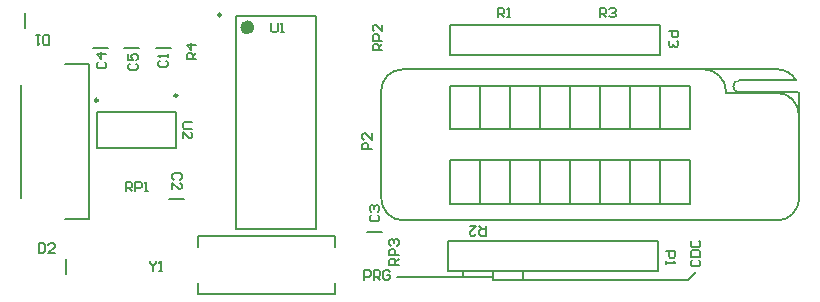
<source format=gto>
G04 Layer_Color=65535*
%FSLAX25Y25*%
%MOIN*%
G70*
G01*
G75*
%ADD12C,0.00787*%
%ADD37C,0.00984*%
%ADD38C,0.02362*%
%ADD39C,0.00598*%
D12*
X470496Y498272D02*
G03*
X463072Y490848I0J-7424D01*
G01*
X463152Y455520D02*
G03*
X470572Y447848I7420J-248D01*
G01*
X595072D02*
G03*
X602496Y455272I0J7424D01*
G01*
X578093Y490827D02*
G03*
X570669Y498251I-7424J0D01*
G01*
X602420Y482974D02*
G03*
X594996Y490398I-7424J0D01*
G01*
X601425Y494560D02*
G03*
X594996Y498272I-6429J-3712D01*
G01*
X582496Y494536D02*
G03*
X582496Y490599I0J-1969D01*
G01*
X486004Y467878D02*
X566004D01*
X486004Y453378D02*
X566004D01*
X485996Y492772D02*
X565996D01*
X485996Y478272D02*
X565996D01*
X486004Y453378D02*
Y467878D01*
X496004Y453378D02*
Y467878D01*
X506004Y453378D02*
Y467878D01*
X516004Y453378D02*
Y467878D01*
X526004Y453378D02*
Y467878D01*
X536004Y453378D02*
Y467878D01*
X546004Y453378D02*
Y467878D01*
X556004Y453378D02*
Y467878D01*
X566004Y453378D02*
Y467878D01*
X565996Y478272D02*
Y492772D01*
X555996Y478272D02*
Y492772D01*
X545996Y478272D02*
Y492772D01*
X535996Y478272D02*
Y492772D01*
X525996Y478272D02*
Y492772D01*
X515996Y478272D02*
Y492772D01*
X505996Y478272D02*
Y492772D01*
X495996Y478272D02*
Y492772D01*
X485996Y478272D02*
Y492772D01*
X463127Y455521D02*
Y490848D01*
X470572Y447848D02*
X595072D01*
X602441Y455272D02*
Y490599D01*
X470496Y498251D02*
X594996D01*
X582496Y490599D02*
X602000D01*
X578031Y490398D02*
X594996D01*
X578031D02*
Y490827D01*
X582496Y494536D02*
X601000D01*
X565500Y428000D02*
X568000Y430500D01*
X468500Y429000D02*
X490500D01*
X510500Y428000D02*
X565500D01*
X510500D02*
Y431000D01*
X500500Y428000D02*
Y430000D01*
Y428000D02*
X510500D01*
X490500Y429000D02*
X500500D01*
Y431000D01*
X490500Y429000D02*
Y431000D01*
X392500Y455043D02*
X397500D01*
X458500Y444043D02*
X463500D01*
X357886Y500001D02*
X365681D01*
X357886Y448269D02*
X365681D01*
X343004Y455198D02*
Y493072D01*
X365681Y448269D02*
Y500001D01*
X368311Y484102D02*
X394689D01*
X368311Y471898D02*
X394689D01*
Y484102D01*
X368311Y471898D02*
Y484102D01*
X377500Y505457D02*
X382500D01*
X344457Y512000D02*
Y517000D01*
X358043Y430000D02*
Y435000D01*
X414614Y444870D02*
X441386D01*
X414614Y516130D02*
X441386D01*
Y444870D02*
Y516130D01*
X414614Y444870D02*
Y516130D01*
X485500Y441000D02*
X555500D01*
X485500Y431000D02*
Y441000D01*
Y431000D02*
X555500D01*
Y441000D01*
X388000Y505457D02*
X393000D01*
X402264Y442547D02*
X447736D01*
X402264Y423453D02*
X447736D01*
X402264Y438905D02*
Y442547D01*
Y423453D02*
Y427095D01*
X447736Y423453D02*
Y427095D01*
Y438905D02*
Y442547D01*
X367000Y505457D02*
X372000D01*
X486000Y513000D02*
X556000D01*
X486000Y503000D02*
Y513000D01*
Y503000D02*
X556000D01*
Y513000D01*
D37*
X368732Y487914D02*
G03*
X368732Y487914I-492J0D01*
G01*
X395181Y489516D02*
G03*
X395181Y489516I-492J0D01*
G01*
X409791Y516347D02*
G03*
X409791Y516347I-492J0D01*
G01*
D38*
X419732Y512193D02*
G03*
X419732Y512193I-1181J0D01*
G01*
D39*
X566833Y434633D02*
X566300Y434100D01*
Y433033D01*
X566833Y432500D01*
X568967D01*
X569500Y433033D01*
Y434100D01*
X568967Y434633D01*
X566300Y435700D02*
X569500D01*
Y437300D01*
X568967Y437833D01*
X566833D01*
X566300Y437300D01*
Y435700D01*
X566833Y441033D02*
X566300Y440499D01*
Y439433D01*
X566833Y438900D01*
X568967D01*
X569500Y439433D01*
Y440499D01*
X568967Y441033D01*
X457500Y428000D02*
Y431200D01*
X459100D01*
X459633Y430666D01*
Y429600D01*
X459100Y429067D01*
X457500D01*
X460700Y428000D02*
Y431200D01*
X462300D01*
X462833Y430666D01*
Y429600D01*
X462300Y429067D01*
X460700D01*
X461766D02*
X462833Y428000D01*
X466033Y430666D02*
X465499Y431200D01*
X464433D01*
X463900Y430666D01*
Y428533D01*
X464433Y428000D01*
X465499D01*
X466033Y428533D01*
Y429600D01*
X464966D01*
X352500Y506300D02*
Y509500D01*
X350900D01*
X350367Y508967D01*
Y506834D01*
X350900Y506300D01*
X352500D01*
X349300Y509500D02*
X348234D01*
X348767D01*
Y506300D01*
X349300Y506834D01*
X349000Y440200D02*
Y437000D01*
X350600D01*
X351133Y437533D01*
Y439667D01*
X350600Y440200D01*
X349000D01*
X354333Y437000D02*
X352200D01*
X354333Y439133D01*
Y439667D01*
X353800Y440200D01*
X352733D01*
X352200Y439667D01*
X378000Y457500D02*
Y460700D01*
X379600D01*
X380133Y460167D01*
Y459100D01*
X379600Y458567D01*
X378000D01*
X379067D02*
X380133Y457500D01*
X381200D02*
Y460700D01*
X382800D01*
X383333Y460167D01*
Y459100D01*
X382800Y458567D01*
X381200D01*
X384400Y457500D02*
X385466D01*
X384933D01*
Y460700D01*
X384400Y460167D01*
X426500Y513700D02*
Y511033D01*
X427033Y510500D01*
X428100D01*
X428633Y511033D01*
Y513700D01*
X429700Y510500D02*
X430766D01*
X430233D01*
Y513700D01*
X429700Y513167D01*
X558000Y437500D02*
X561200D01*
Y435900D01*
X560667Y435367D01*
X559600D01*
X559067Y435900D01*
Y437500D01*
X558000Y434300D02*
Y433234D01*
Y433767D01*
X561200D01*
X560667Y434300D01*
X502000Y515500D02*
Y518700D01*
X503600D01*
X504133Y518166D01*
Y517100D01*
X503600Y516567D01*
X502000D01*
X503067D02*
X504133Y515500D01*
X505200D02*
X506266D01*
X505733D01*
Y518700D01*
X505200Y518166D01*
X460000Y471500D02*
X456800D01*
Y473100D01*
X457334Y473633D01*
X458400D01*
X458933Y473100D01*
Y471500D01*
X460000Y476833D02*
Y474700D01*
X457867Y476833D01*
X457334D01*
X456800Y476300D01*
Y475233D01*
X457334Y474700D01*
X498000Y446000D02*
Y442800D01*
X496400D01*
X495867Y443333D01*
Y444400D01*
X496400Y444933D01*
X498000D01*
X496933D02*
X495867Y446000D01*
X492667D02*
X494800D01*
X492667Y443867D01*
Y443333D01*
X493200Y442800D01*
X494267D01*
X494800Y443333D01*
X389334Y501133D02*
X388800Y500600D01*
Y499533D01*
X389334Y499000D01*
X391467D01*
X392000Y499533D01*
Y500600D01*
X391467Y501133D01*
X392000Y502200D02*
Y503266D01*
Y502733D01*
X388800D01*
X389334Y502200D01*
X536000Y515500D02*
Y518700D01*
X537600D01*
X538133Y518166D01*
Y517100D01*
X537600Y516567D01*
X536000D01*
X537067D02*
X538133Y515500D01*
X539200Y518166D02*
X539733Y518700D01*
X540800D01*
X541333Y518166D01*
Y517633D01*
X540800Y517100D01*
X540266D01*
X540800D01*
X541333Y516567D01*
Y516033D01*
X540800Y515500D01*
X539733D01*
X539200Y516033D01*
X386000Y434200D02*
Y433667D01*
X387067Y432600D01*
X388133Y433667D01*
Y434200D01*
X387067Y432600D02*
Y431000D01*
X389200D02*
X390266D01*
X389733D01*
Y434200D01*
X389200Y433667D01*
X401500Y501500D02*
X398300D01*
Y503100D01*
X398833Y503633D01*
X399900D01*
X400433Y503100D01*
Y501500D01*
Y502567D02*
X401500Y503633D01*
Y506300D02*
X398300D01*
X399900Y504700D01*
Y506833D01*
X459833Y449633D02*
X459300Y449100D01*
Y448033D01*
X459833Y447500D01*
X461967D01*
X462500Y448033D01*
Y449100D01*
X461967Y449633D01*
X459833Y450700D02*
X459300Y451233D01*
Y452300D01*
X459833Y452833D01*
X460367D01*
X460900Y452300D01*
Y451766D01*
Y452300D01*
X461433Y452833D01*
X461967D01*
X462500Y452300D01*
Y451233D01*
X461967Y450700D01*
X396166Y461367D02*
X396700Y461900D01*
Y462967D01*
X396166Y463500D01*
X394033D01*
X393500Y462967D01*
Y461900D01*
X394033Y461367D01*
X393500Y458167D02*
Y460300D01*
X395633Y458167D01*
X396166D01*
X396700Y458700D01*
Y459767D01*
X396166Y460300D01*
X463500Y504500D02*
X460300D01*
Y506100D01*
X460834Y506633D01*
X461900D01*
X462433Y506100D01*
Y504500D01*
Y505567D02*
X463500Y506633D01*
Y507700D02*
X460300D01*
Y509300D01*
X460834Y509833D01*
X461900D01*
X462433Y509300D01*
Y507700D01*
X463500Y513033D02*
Y510899D01*
X461367Y513033D01*
X460834D01*
X460300Y512499D01*
Y511433D01*
X460834Y510899D01*
X400200Y480500D02*
X397533D01*
X397000Y479967D01*
Y478900D01*
X397533Y478367D01*
X400200D01*
X397000Y475167D02*
Y477300D01*
X399133Y475167D01*
X399667D01*
X400200Y475700D01*
Y476767D01*
X399667Y477300D01*
X379333Y500133D02*
X378800Y499600D01*
Y498533D01*
X379333Y498000D01*
X381467D01*
X382000Y498533D01*
Y499600D01*
X381467Y500133D01*
X378800Y503333D02*
Y501200D01*
X380400D01*
X379867Y502266D01*
Y502800D01*
X380400Y503333D01*
X381467D01*
X382000Y502800D01*
Y501733D01*
X381467Y501200D01*
X368833Y500633D02*
X368300Y500100D01*
Y499033D01*
X368833Y498500D01*
X370967D01*
X371500Y499033D01*
Y500100D01*
X370967Y500633D01*
X371500Y503300D02*
X368300D01*
X369900Y501700D01*
Y503833D01*
X559000Y511000D02*
X562200D01*
Y509400D01*
X561666Y508867D01*
X560600D01*
X560067Y509400D01*
Y511000D01*
X561666Y507800D02*
X562200Y507267D01*
Y506200D01*
X561666Y505667D01*
X561133D01*
X560600Y506200D01*
Y506734D01*
Y506200D01*
X560067Y505667D01*
X559533D01*
X559000Y506200D01*
Y507267D01*
X559533Y507800D01*
X469000Y433000D02*
X465800D01*
Y434600D01*
X466333Y435133D01*
X467400D01*
X467933Y434600D01*
Y433000D01*
Y434067D02*
X469000Y435133D01*
Y436200D02*
X465800D01*
Y437800D01*
X466333Y438333D01*
X467400D01*
X467933Y437800D01*
Y436200D01*
X466333Y439399D02*
X465800Y439933D01*
Y440999D01*
X466333Y441533D01*
X466867D01*
X467400Y440999D01*
Y440466D01*
Y440999D01*
X467933Y441533D01*
X468467D01*
X469000Y440999D01*
Y439933D01*
X468467Y439399D01*
M02*

</source>
